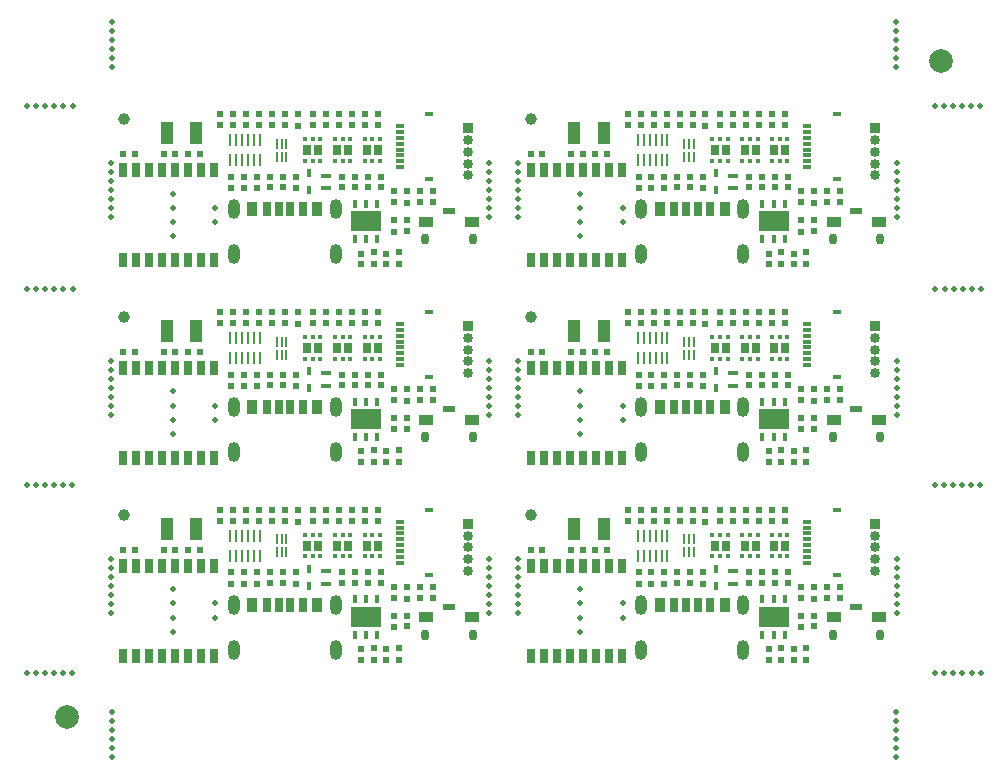
<source format=gbr>
%TF.GenerationSoftware,KiCad,Pcbnew,(5.1.9)-1*%
%TF.CreationDate,2021-11-10T23:35:07-06:00*%
%TF.ProjectId,CC_BT_PANELIZED,43435f42-545f-4504-914e-454c495a4544,000*%
%TF.SameCoordinates,Original*%
%TF.FileFunction,Soldermask,Top*%
%TF.FilePolarity,Negative*%
%FSLAX46Y46*%
G04 Gerber Fmt 4.6, Leading zero omitted, Abs format (unit mm)*
G04 Created by KiCad (PCBNEW (5.1.9)-1) date 2021-11-10 23:35:07*
%MOMM*%
%LPD*%
G01*
G04 APERTURE LIST*
%ADD10R,0.600000X0.490000*%
%ADD11R,0.550000X0.500000*%
%ADD12R,0.500000X0.550000*%
%ADD13R,0.650000X0.900000*%
%ADD14R,0.350000X0.400000*%
%ADD15R,0.250000X1.000000*%
%ADD16R,0.700000X1.150000*%
%ADD17R,0.800000X1.150000*%
%ADD18R,0.900000X1.150000*%
%ADD19O,1.000000X1.700000*%
%ADD20O,0.850000X0.850000*%
%ADD21R,0.850000X0.850000*%
%ADD22R,0.838200X0.406400*%
%ADD23C,0.500000*%
%ADD24R,0.690000X1.190000*%
%ADD25R,1.000000X0.500000*%
%ADD26O,0.700000X0.950000*%
%ADD27R,1.250000X0.950000*%
%ADD28R,2.500000X1.750000*%
%ADD29R,0.400000X0.800000*%
%ADD30R,1.100000X1.900000*%
%ADD31C,1.000000*%
%ADD32R,0.500000X0.500000*%
%ADD33R,0.420000X0.700000*%
%ADD34R,0.800000X0.300000*%
%ADD35R,0.800000X0.400000*%
%ADD36R,0.200000X0.850000*%
%ADD37C,2.000000*%
G04 APERTURE END LIST*
D10*
%TO.C,R9*%
X113490000Y-73057000D03*
X113490000Y-72143000D03*
%TD*%
%TO.C,R9*%
X78990000Y-73057000D03*
X78990000Y-72143000D03*
%TD*%
%TO.C,R9*%
X113490000Y-56307000D03*
X113490000Y-55393000D03*
%TD*%
%TO.C,R9*%
X78990000Y-56307000D03*
X78990000Y-55393000D03*
%TD*%
%TO.C,R9*%
X113490000Y-39557000D03*
X113490000Y-38643000D03*
%TD*%
%TO.C,R5*%
X126440000Y-84857000D03*
X126440000Y-83943000D03*
%TD*%
%TO.C,R5*%
X91940000Y-84857000D03*
X91940000Y-83943000D03*
%TD*%
%TO.C,R5*%
X126440000Y-68107000D03*
X126440000Y-67193000D03*
%TD*%
%TO.C,R5*%
X91940000Y-68107000D03*
X91940000Y-67193000D03*
%TD*%
%TO.C,R5*%
X126440000Y-51357000D03*
X126440000Y-50443000D03*
%TD*%
%TO.C,R11*%
X121330000Y-72143000D03*
X121330000Y-73057000D03*
%TD*%
%TO.C,R11*%
X86830000Y-72143000D03*
X86830000Y-73057000D03*
%TD*%
%TO.C,R11*%
X121330000Y-55393000D03*
X121330000Y-56307000D03*
%TD*%
%TO.C,R11*%
X86830000Y-55393000D03*
X86830000Y-56307000D03*
%TD*%
%TO.C,R11*%
X121330000Y-38643000D03*
X121330000Y-39557000D03*
%TD*%
D11*
%TO.C,C5*%
X113320000Y-78420000D03*
X113320000Y-77440000D03*
%TD*%
%TO.C,C5*%
X78820000Y-78420000D03*
X78820000Y-77440000D03*
%TD*%
%TO.C,C5*%
X113320000Y-61670000D03*
X113320000Y-60690000D03*
%TD*%
%TO.C,C5*%
X78820000Y-61670000D03*
X78820000Y-60690000D03*
%TD*%
%TO.C,C5*%
X113320000Y-44920000D03*
X113320000Y-43940000D03*
%TD*%
%TO.C,C2*%
X118980000Y-72150000D03*
X118980000Y-73130000D03*
%TD*%
%TO.C,C2*%
X84480000Y-72150000D03*
X84480000Y-73130000D03*
%TD*%
%TO.C,C2*%
X118980000Y-55400000D03*
X118980000Y-56380000D03*
%TD*%
%TO.C,C2*%
X84480000Y-55400000D03*
X84480000Y-56380000D03*
%TD*%
%TO.C,C2*%
X118980000Y-38650000D03*
X118980000Y-39630000D03*
%TD*%
D12*
%TO.C,C9*%
X108600000Y-75510000D03*
X107620000Y-75510000D03*
%TD*%
%TO.C,C9*%
X74100000Y-75510000D03*
X73120000Y-75510000D03*
%TD*%
%TO.C,C9*%
X108600000Y-58760000D03*
X107620000Y-58760000D03*
%TD*%
%TO.C,C9*%
X74100000Y-58760000D03*
X73120000Y-58760000D03*
%TD*%
%TO.C,C9*%
X108600000Y-42010000D03*
X107620000Y-42010000D03*
%TD*%
D10*
%TO.C,R2*%
X117680000Y-77433000D03*
X117680000Y-78347000D03*
%TD*%
%TO.C,R2*%
X83180000Y-77433000D03*
X83180000Y-78347000D03*
%TD*%
%TO.C,R2*%
X117680000Y-60683000D03*
X117680000Y-61597000D03*
%TD*%
%TO.C,R2*%
X83180000Y-60683000D03*
X83180000Y-61597000D03*
%TD*%
%TO.C,R2*%
X117680000Y-43933000D03*
X117680000Y-44847000D03*
%TD*%
%TO.C,R17*%
X129300000Y-78663000D03*
X129300000Y-79577000D03*
%TD*%
%TO.C,R17*%
X94800000Y-78663000D03*
X94800000Y-79577000D03*
%TD*%
%TO.C,R17*%
X129300000Y-61913000D03*
X129300000Y-62827000D03*
%TD*%
%TO.C,R17*%
X94800000Y-61913000D03*
X94800000Y-62827000D03*
%TD*%
%TO.C,R17*%
X129300000Y-45163000D03*
X129300000Y-46077000D03*
%TD*%
%TO.C,R10*%
X114590000Y-72143000D03*
X114590000Y-73057000D03*
%TD*%
%TO.C,R10*%
X80090000Y-72143000D03*
X80090000Y-73057000D03*
%TD*%
%TO.C,R10*%
X114590000Y-55393000D03*
X114590000Y-56307000D03*
%TD*%
%TO.C,R10*%
X80090000Y-55393000D03*
X80090000Y-56307000D03*
%TD*%
%TO.C,R10*%
X114590000Y-38643000D03*
X114590000Y-39557000D03*
%TD*%
%TO.C,R18*%
X130400000Y-79577000D03*
X130400000Y-78663000D03*
%TD*%
%TO.C,R18*%
X95900000Y-79577000D03*
X95900000Y-78663000D03*
%TD*%
%TO.C,R18*%
X130400000Y-62827000D03*
X130400000Y-61913000D03*
%TD*%
%TO.C,R18*%
X95900000Y-62827000D03*
X95900000Y-61913000D03*
%TD*%
%TO.C,R18*%
X130400000Y-46077000D03*
X130400000Y-45163000D03*
%TD*%
%TO.C,R23*%
X125730000Y-72143000D03*
X125730000Y-73057000D03*
%TD*%
%TO.C,R23*%
X91230000Y-72143000D03*
X91230000Y-73057000D03*
%TD*%
%TO.C,R23*%
X125730000Y-55393000D03*
X125730000Y-56307000D03*
%TD*%
%TO.C,R23*%
X91230000Y-55393000D03*
X91230000Y-56307000D03*
%TD*%
%TO.C,R23*%
X125730000Y-38643000D03*
X125730000Y-39557000D03*
%TD*%
%TO.C,R21*%
X112390000Y-72143000D03*
X112390000Y-73057000D03*
%TD*%
%TO.C,R21*%
X77890000Y-72143000D03*
X77890000Y-73057000D03*
%TD*%
%TO.C,R21*%
X112390000Y-55393000D03*
X112390000Y-56307000D03*
%TD*%
%TO.C,R21*%
X77890000Y-55393000D03*
X77890000Y-56307000D03*
%TD*%
%TO.C,R21*%
X112390000Y-38643000D03*
X112390000Y-39557000D03*
%TD*%
D12*
%TO.C,C8*%
X109660000Y-75510000D03*
X110640000Y-75510000D03*
%TD*%
%TO.C,C8*%
X75160000Y-75510000D03*
X76140000Y-75510000D03*
%TD*%
%TO.C,C8*%
X109660000Y-58760000D03*
X110640000Y-58760000D03*
%TD*%
%TO.C,C8*%
X75160000Y-58760000D03*
X76140000Y-58760000D03*
%TD*%
%TO.C,C8*%
X109660000Y-42010000D03*
X110640000Y-42010000D03*
%TD*%
D10*
%TO.C,R22*%
X124630000Y-72143000D03*
X124630000Y-73057000D03*
%TD*%
%TO.C,R22*%
X90130000Y-72143000D03*
X90130000Y-73057000D03*
%TD*%
%TO.C,R22*%
X124630000Y-55393000D03*
X124630000Y-56307000D03*
%TD*%
%TO.C,R22*%
X90130000Y-55393000D03*
X90130000Y-56307000D03*
%TD*%
%TO.C,R22*%
X124630000Y-38643000D03*
X124630000Y-39557000D03*
%TD*%
D13*
%TO.C,U5*%
X119745000Y-75170000D03*
X120695000Y-75170000D03*
D14*
X120220000Y-74260000D03*
X120870000Y-74260000D03*
X119570000Y-74260000D03*
X119570000Y-76080000D03*
X120220000Y-76080000D03*
X120870000Y-76080000D03*
%TD*%
D13*
%TO.C,U5*%
X85245000Y-75170000D03*
X86195000Y-75170000D03*
D14*
X85720000Y-74260000D03*
X86370000Y-74260000D03*
X85070000Y-74260000D03*
X85070000Y-76080000D03*
X85720000Y-76080000D03*
X86370000Y-76080000D03*
%TD*%
D13*
%TO.C,U5*%
X119745000Y-58420000D03*
X120695000Y-58420000D03*
D14*
X120220000Y-57510000D03*
X120870000Y-57510000D03*
X119570000Y-57510000D03*
X119570000Y-59330000D03*
X120220000Y-59330000D03*
X120870000Y-59330000D03*
%TD*%
D13*
%TO.C,U5*%
X85245000Y-58420000D03*
X86195000Y-58420000D03*
D14*
X85720000Y-57510000D03*
X86370000Y-57510000D03*
X85070000Y-57510000D03*
X85070000Y-59330000D03*
X85720000Y-59330000D03*
X86370000Y-59330000D03*
%TD*%
D13*
%TO.C,U5*%
X119745000Y-41670000D03*
X120695000Y-41670000D03*
D14*
X120220000Y-40760000D03*
X120870000Y-40760000D03*
X119570000Y-40760000D03*
X119570000Y-42580000D03*
X120220000Y-42580000D03*
X120870000Y-42580000D03*
%TD*%
D10*
%TO.C,R20*%
X115690000Y-73057000D03*
X115690000Y-72143000D03*
%TD*%
%TO.C,R20*%
X81190000Y-73057000D03*
X81190000Y-72143000D03*
%TD*%
%TO.C,R20*%
X115690000Y-56307000D03*
X115690000Y-55393000D03*
%TD*%
%TO.C,R20*%
X81190000Y-56307000D03*
X81190000Y-55393000D03*
%TD*%
%TO.C,R20*%
X115690000Y-39557000D03*
X115690000Y-38643000D03*
%TD*%
D11*
%TO.C,C7*%
X115480000Y-78420000D03*
X115480000Y-77440000D03*
%TD*%
%TO.C,C7*%
X80980000Y-78420000D03*
X80980000Y-77440000D03*
%TD*%
%TO.C,C7*%
X115480000Y-61670000D03*
X115480000Y-60690000D03*
%TD*%
%TO.C,C7*%
X80980000Y-61670000D03*
X80980000Y-60690000D03*
%TD*%
%TO.C,C7*%
X115480000Y-44920000D03*
X115480000Y-43940000D03*
%TD*%
D10*
%TO.C,R7*%
X127100000Y-78663000D03*
X127100000Y-79577000D03*
%TD*%
%TO.C,R7*%
X92600000Y-78663000D03*
X92600000Y-79577000D03*
%TD*%
%TO.C,R7*%
X127100000Y-61913000D03*
X127100000Y-62827000D03*
%TD*%
%TO.C,R7*%
X92600000Y-61913000D03*
X92600000Y-62827000D03*
%TD*%
%TO.C,R7*%
X127100000Y-45163000D03*
X127100000Y-46077000D03*
%TD*%
%TO.C,R4*%
X117890000Y-73057000D03*
X117890000Y-72143000D03*
%TD*%
%TO.C,R4*%
X83390000Y-73057000D03*
X83390000Y-72143000D03*
%TD*%
%TO.C,R4*%
X117890000Y-56307000D03*
X117890000Y-55393000D03*
%TD*%
%TO.C,R4*%
X83390000Y-56307000D03*
X83390000Y-55393000D03*
%TD*%
%TO.C,R4*%
X117890000Y-39557000D03*
X117890000Y-38643000D03*
%TD*%
%TO.C,R8*%
X124330000Y-84857000D03*
X124330000Y-83943000D03*
%TD*%
%TO.C,R8*%
X89830000Y-84857000D03*
X89830000Y-83943000D03*
%TD*%
%TO.C,R8*%
X124330000Y-68107000D03*
X124330000Y-67193000D03*
%TD*%
%TO.C,R8*%
X89830000Y-68107000D03*
X89830000Y-67193000D03*
%TD*%
%TO.C,R8*%
X124330000Y-51357000D03*
X124330000Y-50443000D03*
%TD*%
D11*
%TO.C,C6*%
X114400000Y-78420000D03*
X114400000Y-77440000D03*
%TD*%
%TO.C,C6*%
X79900000Y-78420000D03*
X79900000Y-77440000D03*
%TD*%
%TO.C,C6*%
X114400000Y-61670000D03*
X114400000Y-60690000D03*
%TD*%
%TO.C,C6*%
X79900000Y-61670000D03*
X79900000Y-60690000D03*
%TD*%
%TO.C,C6*%
X114400000Y-44920000D03*
X114400000Y-43940000D03*
%TD*%
D10*
%TO.C,R1*%
X116580000Y-77433000D03*
X116580000Y-78347000D03*
%TD*%
%TO.C,R1*%
X82080000Y-77433000D03*
X82080000Y-78347000D03*
%TD*%
%TO.C,R1*%
X116580000Y-60683000D03*
X116580000Y-61597000D03*
%TD*%
%TO.C,R1*%
X82080000Y-60683000D03*
X82080000Y-61597000D03*
%TD*%
%TO.C,R1*%
X116580000Y-43933000D03*
X116580000Y-44847000D03*
%TD*%
D11*
%TO.C,C1*%
X118770000Y-78420000D03*
X118770000Y-77440000D03*
%TD*%
%TO.C,C1*%
X84270000Y-78420000D03*
X84270000Y-77440000D03*
%TD*%
%TO.C,C1*%
X118770000Y-61670000D03*
X118770000Y-60690000D03*
%TD*%
%TO.C,C1*%
X84270000Y-61670000D03*
X84270000Y-60690000D03*
%TD*%
%TO.C,C1*%
X118770000Y-44920000D03*
X118770000Y-43940000D03*
%TD*%
%TO.C,C3*%
X127100000Y-81100000D03*
X127100000Y-82080000D03*
%TD*%
%TO.C,C3*%
X92600000Y-81100000D03*
X92600000Y-82080000D03*
%TD*%
%TO.C,C3*%
X127100000Y-64350000D03*
X127100000Y-65330000D03*
%TD*%
%TO.C,C3*%
X92600000Y-64350000D03*
X92600000Y-65330000D03*
%TD*%
%TO.C,C3*%
X127100000Y-47600000D03*
X127100000Y-48580000D03*
%TD*%
D10*
%TO.C,R24*%
X120230000Y-72143000D03*
X120230000Y-73057000D03*
%TD*%
%TO.C,R24*%
X85730000Y-72143000D03*
X85730000Y-73057000D03*
%TD*%
%TO.C,R24*%
X120230000Y-55393000D03*
X120230000Y-56307000D03*
%TD*%
%TO.C,R24*%
X85730000Y-55393000D03*
X85730000Y-56307000D03*
%TD*%
%TO.C,R24*%
X120230000Y-38643000D03*
X120230000Y-39557000D03*
%TD*%
D13*
%TO.C,U7*%
X124785000Y-75170000D03*
X125735000Y-75170000D03*
D14*
X125260000Y-74260000D03*
X125910000Y-74260000D03*
X124610000Y-74260000D03*
X124610000Y-76080000D03*
X125260000Y-76080000D03*
X125910000Y-76080000D03*
%TD*%
D13*
%TO.C,U7*%
X90285000Y-75170000D03*
X91235000Y-75170000D03*
D14*
X90760000Y-74260000D03*
X91410000Y-74260000D03*
X90110000Y-74260000D03*
X90110000Y-76080000D03*
X90760000Y-76080000D03*
X91410000Y-76080000D03*
%TD*%
D13*
%TO.C,U7*%
X124785000Y-58420000D03*
X125735000Y-58420000D03*
D14*
X125260000Y-57510000D03*
X125910000Y-57510000D03*
X124610000Y-57510000D03*
X124610000Y-59330000D03*
X125260000Y-59330000D03*
X125910000Y-59330000D03*
%TD*%
D13*
%TO.C,U7*%
X90285000Y-58420000D03*
X91235000Y-58420000D03*
D14*
X90760000Y-57510000D03*
X91410000Y-57510000D03*
X90110000Y-57510000D03*
X90110000Y-59330000D03*
X90760000Y-59330000D03*
X91410000Y-59330000D03*
%TD*%
D13*
%TO.C,U7*%
X124785000Y-41670000D03*
X125735000Y-41670000D03*
D14*
X125260000Y-40760000D03*
X125910000Y-40760000D03*
X124610000Y-40760000D03*
X124610000Y-42580000D03*
X125260000Y-42580000D03*
X125910000Y-42580000D03*
%TD*%
D10*
%TO.C,R16*%
X122430000Y-72143000D03*
X122430000Y-73057000D03*
%TD*%
%TO.C,R16*%
X87930000Y-72143000D03*
X87930000Y-73057000D03*
%TD*%
%TO.C,R16*%
X122430000Y-55393000D03*
X122430000Y-56307000D03*
%TD*%
%TO.C,R16*%
X87930000Y-55393000D03*
X87930000Y-56307000D03*
%TD*%
%TO.C,R16*%
X122430000Y-38643000D03*
X122430000Y-39557000D03*
%TD*%
%TO.C,R12*%
X124880000Y-78347000D03*
X124880000Y-77433000D03*
%TD*%
%TO.C,R12*%
X90380000Y-78347000D03*
X90380000Y-77433000D03*
%TD*%
%TO.C,R12*%
X124880000Y-61597000D03*
X124880000Y-60683000D03*
%TD*%
%TO.C,R12*%
X90380000Y-61597000D03*
X90380000Y-60683000D03*
%TD*%
%TO.C,R12*%
X124880000Y-44847000D03*
X124880000Y-43933000D03*
%TD*%
%TO.C,R19*%
X128203333Y-81093000D03*
X128203333Y-82007000D03*
%TD*%
%TO.C,R19*%
X93703333Y-81093000D03*
X93703333Y-82007000D03*
%TD*%
%TO.C,R19*%
X128203333Y-64343000D03*
X128203333Y-65257000D03*
%TD*%
%TO.C,R19*%
X93703333Y-64343000D03*
X93703333Y-65257000D03*
%TD*%
%TO.C,R19*%
X128203333Y-47593000D03*
X128203333Y-48507000D03*
%TD*%
D12*
%TO.C,C10*%
X104190000Y-75510000D03*
X105170000Y-75510000D03*
%TD*%
%TO.C,C10*%
X69690000Y-75510000D03*
X70670000Y-75510000D03*
%TD*%
%TO.C,C10*%
X104190000Y-58760000D03*
X105170000Y-58760000D03*
%TD*%
%TO.C,C10*%
X69690000Y-58760000D03*
X70670000Y-58760000D03*
%TD*%
%TO.C,C10*%
X104190000Y-42010000D03*
X105170000Y-42010000D03*
%TD*%
D11*
%TO.C,C4*%
X128203333Y-78670000D03*
X128203333Y-79650000D03*
%TD*%
%TO.C,C4*%
X93703333Y-78670000D03*
X93703333Y-79650000D03*
%TD*%
%TO.C,C4*%
X128203333Y-61920000D03*
X128203333Y-62900000D03*
%TD*%
%TO.C,C4*%
X93703333Y-61920000D03*
X93703333Y-62900000D03*
%TD*%
%TO.C,C4*%
X128203333Y-45170000D03*
X128203333Y-46150000D03*
%TD*%
D10*
%TO.C,R6*%
X125980000Y-78347000D03*
X125980000Y-77433000D03*
%TD*%
%TO.C,R6*%
X91480000Y-78347000D03*
X91480000Y-77433000D03*
%TD*%
%TO.C,R6*%
X125980000Y-61597000D03*
X125980000Y-60683000D03*
%TD*%
%TO.C,R6*%
X91480000Y-61597000D03*
X91480000Y-60683000D03*
%TD*%
%TO.C,R6*%
X125980000Y-44847000D03*
X125980000Y-43933000D03*
%TD*%
%TO.C,R3*%
X116790000Y-73057000D03*
X116790000Y-72143000D03*
%TD*%
%TO.C,R3*%
X82290000Y-73057000D03*
X82290000Y-72143000D03*
%TD*%
%TO.C,R3*%
X116790000Y-56307000D03*
X116790000Y-55393000D03*
%TD*%
%TO.C,R3*%
X82290000Y-56307000D03*
X82290000Y-55393000D03*
%TD*%
%TO.C,R3*%
X116790000Y-39557000D03*
X116790000Y-38643000D03*
%TD*%
%TO.C,R15*%
X122680000Y-78347000D03*
X122680000Y-77433000D03*
%TD*%
%TO.C,R15*%
X88180000Y-78347000D03*
X88180000Y-77433000D03*
%TD*%
%TO.C,R15*%
X122680000Y-61597000D03*
X122680000Y-60683000D03*
%TD*%
%TO.C,R15*%
X88180000Y-61597000D03*
X88180000Y-60683000D03*
%TD*%
%TO.C,R15*%
X122680000Y-44847000D03*
X122680000Y-43933000D03*
%TD*%
D15*
%TO.C,U3*%
X113260000Y-76050000D03*
X113760000Y-76050000D03*
X114260000Y-76050000D03*
X114760000Y-76050000D03*
X115260000Y-76050000D03*
X115760000Y-76050000D03*
X115760000Y-74350000D03*
X115260000Y-74350000D03*
X114760000Y-74350000D03*
X114260000Y-74350000D03*
X113760000Y-74350000D03*
X113260000Y-74350000D03*
%TD*%
%TO.C,U3*%
X78760000Y-76050000D03*
X79260000Y-76050000D03*
X79760000Y-76050000D03*
X80260000Y-76050000D03*
X80760000Y-76050000D03*
X81260000Y-76050000D03*
X81260000Y-74350000D03*
X80760000Y-74350000D03*
X80260000Y-74350000D03*
X79760000Y-74350000D03*
X79260000Y-74350000D03*
X78760000Y-74350000D03*
%TD*%
%TO.C,U3*%
X113260000Y-59300000D03*
X113760000Y-59300000D03*
X114260000Y-59300000D03*
X114760000Y-59300000D03*
X115260000Y-59300000D03*
X115760000Y-59300000D03*
X115760000Y-57600000D03*
X115260000Y-57600000D03*
X114760000Y-57600000D03*
X114260000Y-57600000D03*
X113760000Y-57600000D03*
X113260000Y-57600000D03*
%TD*%
%TO.C,U3*%
X78760000Y-59300000D03*
X79260000Y-59300000D03*
X79760000Y-59300000D03*
X80260000Y-59300000D03*
X80760000Y-59300000D03*
X81260000Y-59300000D03*
X81260000Y-57600000D03*
X80760000Y-57600000D03*
X80260000Y-57600000D03*
X79760000Y-57600000D03*
X79260000Y-57600000D03*
X78760000Y-57600000D03*
%TD*%
%TO.C,U3*%
X113260000Y-42550000D03*
X113760000Y-42550000D03*
X114260000Y-42550000D03*
X114760000Y-42550000D03*
X115260000Y-42550000D03*
X115760000Y-42550000D03*
X115760000Y-40850000D03*
X115260000Y-40850000D03*
X114760000Y-40850000D03*
X114260000Y-40850000D03*
X113760000Y-40850000D03*
X113260000Y-40850000D03*
%TD*%
D16*
%TO.C,J1*%
X118340000Y-80190000D03*
X117340000Y-80190000D03*
D17*
X116320000Y-80190000D03*
X119360000Y-80190000D03*
D18*
X115090000Y-80190000D03*
X120590000Y-80190000D03*
D19*
X122160000Y-83990000D03*
X113520000Y-80190000D03*
X122160000Y-80190000D03*
X113520000Y-83990000D03*
%TD*%
D16*
%TO.C,J1*%
X83840000Y-80190000D03*
X82840000Y-80190000D03*
D17*
X81820000Y-80190000D03*
X84860000Y-80190000D03*
D18*
X80590000Y-80190000D03*
X86090000Y-80190000D03*
D19*
X87660000Y-83990000D03*
X79020000Y-80190000D03*
X87660000Y-80190000D03*
X79020000Y-83990000D03*
%TD*%
D16*
%TO.C,J1*%
X118340000Y-63440000D03*
X117340000Y-63440000D03*
D17*
X116320000Y-63440000D03*
X119360000Y-63440000D03*
D18*
X115090000Y-63440000D03*
X120590000Y-63440000D03*
D19*
X122160000Y-67240000D03*
X113520000Y-63440000D03*
X122160000Y-63440000D03*
X113520000Y-67240000D03*
%TD*%
D16*
%TO.C,J1*%
X83840000Y-63440000D03*
X82840000Y-63440000D03*
D17*
X81820000Y-63440000D03*
X84860000Y-63440000D03*
D18*
X80590000Y-63440000D03*
X86090000Y-63440000D03*
D19*
X87660000Y-67240000D03*
X79020000Y-63440000D03*
X87660000Y-63440000D03*
X79020000Y-67240000D03*
%TD*%
D16*
%TO.C,J1*%
X118340000Y-46690000D03*
X117340000Y-46690000D03*
D17*
X116320000Y-46690000D03*
X119360000Y-46690000D03*
D18*
X115090000Y-46690000D03*
X120590000Y-46690000D03*
D19*
X122160000Y-50490000D03*
X113520000Y-46690000D03*
X122160000Y-46690000D03*
X113520000Y-50490000D03*
%TD*%
D20*
%TO.C,J3*%
X133350000Y-77330000D03*
X133350000Y-76330000D03*
X133350000Y-75330000D03*
X133350000Y-74330000D03*
D21*
X133350000Y-73330000D03*
%TD*%
D20*
%TO.C,J3*%
X98850000Y-77330000D03*
X98850000Y-76330000D03*
X98850000Y-75330000D03*
X98850000Y-74330000D03*
D21*
X98850000Y-73330000D03*
%TD*%
D20*
%TO.C,J3*%
X133350000Y-60580000D03*
X133350000Y-59580000D03*
X133350000Y-58580000D03*
X133350000Y-57580000D03*
D21*
X133350000Y-56580000D03*
%TD*%
D20*
%TO.C,J3*%
X98850000Y-60580000D03*
X98850000Y-59580000D03*
X98850000Y-58580000D03*
X98850000Y-57580000D03*
D21*
X98850000Y-56580000D03*
%TD*%
D20*
%TO.C,J3*%
X133350000Y-43830000D03*
X133350000Y-42830000D03*
X133350000Y-41830000D03*
X133350000Y-40830000D03*
D21*
X133350000Y-39830000D03*
%TD*%
D22*
%TO.C,CR1*%
X121320000Y-78380700D03*
X121320000Y-77339300D03*
%TD*%
%TO.C,CR1*%
X86820000Y-78380700D03*
X86820000Y-77339300D03*
%TD*%
%TO.C,CR1*%
X121320000Y-61630700D03*
X121320000Y-60589300D03*
%TD*%
%TO.C,CR1*%
X86820000Y-61630700D03*
X86820000Y-60589300D03*
%TD*%
%TO.C,CR1*%
X121320000Y-44880700D03*
X121320000Y-43839300D03*
%TD*%
D23*
%TO.C,U4*%
X108391000Y-78860000D03*
X108391000Y-80060000D03*
X108391000Y-81260000D03*
X108391000Y-82460000D03*
X111991000Y-80060000D03*
X111991000Y-81260000D03*
D24*
X104192000Y-76890000D03*
X105292000Y-76890000D03*
X106392000Y-76890000D03*
X107492000Y-76890000D03*
X108592000Y-76890000D03*
X109692000Y-76890000D03*
X110792000Y-76890000D03*
X111892000Y-76890000D03*
X111892000Y-84530000D03*
X110792000Y-84530000D03*
X109692000Y-84530000D03*
X108592000Y-84530000D03*
X107492000Y-84530000D03*
X106392000Y-84530000D03*
X105292000Y-84530000D03*
X104192000Y-84530000D03*
%TD*%
D23*
%TO.C,U4*%
X73891000Y-78860000D03*
X73891000Y-80060000D03*
X73891000Y-81260000D03*
X73891000Y-82460000D03*
X77491000Y-80060000D03*
X77491000Y-81260000D03*
D24*
X69692000Y-76890000D03*
X70792000Y-76890000D03*
X71892000Y-76890000D03*
X72992000Y-76890000D03*
X74092000Y-76890000D03*
X75192000Y-76890000D03*
X76292000Y-76890000D03*
X77392000Y-76890000D03*
X77392000Y-84530000D03*
X76292000Y-84530000D03*
X75192000Y-84530000D03*
X74092000Y-84530000D03*
X72992000Y-84530000D03*
X71892000Y-84530000D03*
X70792000Y-84530000D03*
X69692000Y-84530000D03*
%TD*%
D23*
%TO.C,U4*%
X108391000Y-62110000D03*
X108391000Y-63310000D03*
X108391000Y-64510000D03*
X108391000Y-65710000D03*
X111991000Y-63310000D03*
X111991000Y-64510000D03*
D24*
X104192000Y-60140000D03*
X105292000Y-60140000D03*
X106392000Y-60140000D03*
X107492000Y-60140000D03*
X108592000Y-60140000D03*
X109692000Y-60140000D03*
X110792000Y-60140000D03*
X111892000Y-60140000D03*
X111892000Y-67780000D03*
X110792000Y-67780000D03*
X109692000Y-67780000D03*
X108592000Y-67780000D03*
X107492000Y-67780000D03*
X106392000Y-67780000D03*
X105292000Y-67780000D03*
X104192000Y-67780000D03*
%TD*%
D23*
%TO.C,U4*%
X73891000Y-62110000D03*
X73891000Y-63310000D03*
X73891000Y-64510000D03*
X73891000Y-65710000D03*
X77491000Y-63310000D03*
X77491000Y-64510000D03*
D24*
X69692000Y-60140000D03*
X70792000Y-60140000D03*
X71892000Y-60140000D03*
X72992000Y-60140000D03*
X74092000Y-60140000D03*
X75192000Y-60140000D03*
X76292000Y-60140000D03*
X77392000Y-60140000D03*
X77392000Y-67780000D03*
X76292000Y-67780000D03*
X75192000Y-67780000D03*
X74092000Y-67780000D03*
X72992000Y-67780000D03*
X71892000Y-67780000D03*
X70792000Y-67780000D03*
X69692000Y-67780000D03*
%TD*%
D23*
%TO.C,U4*%
X108391000Y-45360000D03*
X108391000Y-46560000D03*
X108391000Y-47760000D03*
X108391000Y-48960000D03*
X111991000Y-46560000D03*
X111991000Y-47760000D03*
D24*
X104192000Y-43390000D03*
X105292000Y-43390000D03*
X106392000Y-43390000D03*
X107492000Y-43390000D03*
X108592000Y-43390000D03*
X109692000Y-43390000D03*
X110792000Y-43390000D03*
X111892000Y-43390000D03*
X111892000Y-51030000D03*
X110792000Y-51030000D03*
X109692000Y-51030000D03*
X108592000Y-51030000D03*
X107492000Y-51030000D03*
X106392000Y-51030000D03*
X105292000Y-51030000D03*
X104192000Y-51030000D03*
%TD*%
D25*
%TO.C,SW1*%
X131760000Y-80330000D03*
D26*
X129735000Y-82730000D03*
X133785000Y-82730000D03*
D27*
X133685000Y-81255000D03*
X129835000Y-81255000D03*
%TD*%
D25*
%TO.C,SW1*%
X97260000Y-80330000D03*
D26*
X95235000Y-82730000D03*
X99285000Y-82730000D03*
D27*
X99185000Y-81255000D03*
X95335000Y-81255000D03*
%TD*%
D25*
%TO.C,SW1*%
X131760000Y-63580000D03*
D26*
X129735000Y-65980000D03*
X133785000Y-65980000D03*
D27*
X133685000Y-64505000D03*
X129835000Y-64505000D03*
%TD*%
D25*
%TO.C,SW1*%
X97260000Y-63580000D03*
D26*
X95235000Y-65980000D03*
X99285000Y-65980000D03*
D27*
X99185000Y-64505000D03*
X95335000Y-64505000D03*
%TD*%
D25*
%TO.C,SW1*%
X131760000Y-46830000D03*
D26*
X129735000Y-49230000D03*
X133785000Y-49230000D03*
D27*
X133685000Y-47755000D03*
X129835000Y-47755000D03*
%TD*%
D28*
%TO.C,U2*%
X124740000Y-81220000D03*
D29*
X125690000Y-82720000D03*
X124740000Y-82720000D03*
X123790000Y-82720000D03*
X123790000Y-79720000D03*
X124740000Y-79720000D03*
X125690000Y-79720000D03*
%TD*%
D28*
%TO.C,U2*%
X90240000Y-81220000D03*
D29*
X91190000Y-82720000D03*
X90240000Y-82720000D03*
X89290000Y-82720000D03*
X89290000Y-79720000D03*
X90240000Y-79720000D03*
X91190000Y-79720000D03*
%TD*%
D28*
%TO.C,U2*%
X124740000Y-64470000D03*
D29*
X125690000Y-65970000D03*
X124740000Y-65970000D03*
X123790000Y-65970000D03*
X123790000Y-62970000D03*
X124740000Y-62970000D03*
X125690000Y-62970000D03*
%TD*%
D28*
%TO.C,U2*%
X90240000Y-64470000D03*
D29*
X91190000Y-65970000D03*
X90240000Y-65970000D03*
X89290000Y-65970000D03*
X89290000Y-62970000D03*
X90240000Y-62970000D03*
X91190000Y-62970000D03*
%TD*%
D28*
%TO.C,U2*%
X124740000Y-47720000D03*
D29*
X125690000Y-49220000D03*
X124740000Y-49220000D03*
X123790000Y-49220000D03*
X123790000Y-46220000D03*
X124740000Y-46220000D03*
X125690000Y-46220000D03*
%TD*%
D30*
%TO.C,Y1*%
X107880000Y-73770000D03*
X110380000Y-73770000D03*
%TD*%
%TO.C,Y1*%
X73380000Y-73770000D03*
X75880000Y-73770000D03*
%TD*%
%TO.C,Y1*%
X107880000Y-57020000D03*
X110380000Y-57020000D03*
%TD*%
%TO.C,Y1*%
X73380000Y-57020000D03*
X75880000Y-57020000D03*
%TD*%
%TO.C,Y1*%
X107880000Y-40270000D03*
X110380000Y-40270000D03*
%TD*%
D31*
%TO.C,REF\u002A\u002A*%
X104220000Y-72550000D03*
%TD*%
%TO.C,REF\u002A\u002A*%
X69720000Y-72550000D03*
%TD*%
%TO.C,REF\u002A\u002A*%
X104220000Y-55800000D03*
%TD*%
%TO.C,REF\u002A\u002A*%
X69720000Y-55800000D03*
%TD*%
%TO.C,REF\u002A\u002A*%
X104220000Y-39050000D03*
%TD*%
D10*
%TO.C,R13*%
X123530000Y-73057000D03*
X123530000Y-72143000D03*
%TD*%
%TO.C,R13*%
X89030000Y-73057000D03*
X89030000Y-72143000D03*
%TD*%
%TO.C,R13*%
X123530000Y-56307000D03*
X123530000Y-55393000D03*
%TD*%
%TO.C,R13*%
X89030000Y-56307000D03*
X89030000Y-55393000D03*
%TD*%
%TO.C,R13*%
X123530000Y-39557000D03*
X123530000Y-38643000D03*
%TD*%
D32*
%TO.C,D3*%
X125380000Y-84850000D03*
X125380000Y-83850000D03*
%TD*%
%TO.C,D3*%
X90880000Y-84850000D03*
X90880000Y-83850000D03*
%TD*%
%TO.C,D3*%
X125380000Y-68100000D03*
X125380000Y-67100000D03*
%TD*%
%TO.C,D3*%
X90880000Y-68100000D03*
X90880000Y-67100000D03*
%TD*%
%TO.C,D3*%
X125380000Y-51350000D03*
X125380000Y-50350000D03*
%TD*%
D33*
%TO.C,D1*%
X119910000Y-77135000D03*
X119910000Y-78585000D03*
%TD*%
%TO.C,D1*%
X85410000Y-77135000D03*
X85410000Y-78585000D03*
%TD*%
%TO.C,D1*%
X119910000Y-60385000D03*
X119910000Y-61835000D03*
%TD*%
%TO.C,D1*%
X85410000Y-60385000D03*
X85410000Y-61835000D03*
%TD*%
%TO.C,D1*%
X119910000Y-43635000D03*
X119910000Y-45085000D03*
%TD*%
D10*
%TO.C,R14*%
X123780000Y-77433000D03*
X123780000Y-78347000D03*
%TD*%
%TO.C,R14*%
X89280000Y-77433000D03*
X89280000Y-78347000D03*
%TD*%
%TO.C,R14*%
X123780000Y-60683000D03*
X123780000Y-61597000D03*
%TD*%
%TO.C,R14*%
X89280000Y-60683000D03*
X89280000Y-61597000D03*
%TD*%
%TO.C,R14*%
X123780000Y-43933000D03*
X123780000Y-44847000D03*
%TD*%
D32*
%TO.C,D2*%
X127500000Y-84850000D03*
X127500000Y-83850000D03*
%TD*%
%TO.C,D2*%
X93000000Y-84850000D03*
X93000000Y-83850000D03*
%TD*%
%TO.C,D2*%
X127500000Y-68100000D03*
X127500000Y-67100000D03*
%TD*%
%TO.C,D2*%
X93000000Y-68100000D03*
X93000000Y-67100000D03*
%TD*%
%TO.C,D2*%
X127500000Y-51350000D03*
X127500000Y-50350000D03*
%TD*%
D34*
%TO.C,J2*%
X127610000Y-73140000D03*
X127610000Y-73640000D03*
X127610000Y-74140000D03*
X127610000Y-74640000D03*
X127610000Y-75140000D03*
X127610000Y-75640000D03*
X127610000Y-76140000D03*
X127610000Y-76640000D03*
D35*
X130110000Y-72140000D03*
X130110000Y-77640000D03*
%TD*%
D34*
%TO.C,J2*%
X93110000Y-73140000D03*
X93110000Y-73640000D03*
X93110000Y-74140000D03*
X93110000Y-74640000D03*
X93110000Y-75140000D03*
X93110000Y-75640000D03*
X93110000Y-76140000D03*
X93110000Y-76640000D03*
D35*
X95610000Y-72140000D03*
X95610000Y-77640000D03*
%TD*%
D34*
%TO.C,J2*%
X127610000Y-56390000D03*
X127610000Y-56890000D03*
X127610000Y-57390000D03*
X127610000Y-57890000D03*
X127610000Y-58390000D03*
X127610000Y-58890000D03*
X127610000Y-59390000D03*
X127610000Y-59890000D03*
D35*
X130110000Y-55390000D03*
X130110000Y-60890000D03*
%TD*%
D34*
%TO.C,J2*%
X93110000Y-56390000D03*
X93110000Y-56890000D03*
X93110000Y-57390000D03*
X93110000Y-57890000D03*
X93110000Y-58390000D03*
X93110000Y-58890000D03*
X93110000Y-59390000D03*
X93110000Y-59890000D03*
D35*
X95610000Y-55390000D03*
X95610000Y-60890000D03*
%TD*%
D34*
%TO.C,J2*%
X127610000Y-39640000D03*
X127610000Y-40140000D03*
X127610000Y-40640000D03*
X127610000Y-41140000D03*
X127610000Y-41640000D03*
X127610000Y-42140000D03*
X127610000Y-42640000D03*
X127610000Y-43140000D03*
D35*
X130110000Y-38640000D03*
X130110000Y-44140000D03*
%TD*%
D36*
%TO.C,U1*%
X117990000Y-74640000D03*
X117590000Y-74640000D03*
X117190000Y-74640000D03*
X117190000Y-75740000D03*
X117590000Y-75740000D03*
X117990000Y-75740000D03*
%TD*%
%TO.C,U1*%
X83490000Y-74640000D03*
X83090000Y-74640000D03*
X82690000Y-74640000D03*
X82690000Y-75740000D03*
X83090000Y-75740000D03*
X83490000Y-75740000D03*
%TD*%
%TO.C,U1*%
X117990000Y-57890000D03*
X117590000Y-57890000D03*
X117190000Y-57890000D03*
X117190000Y-58990000D03*
X117590000Y-58990000D03*
X117990000Y-58990000D03*
%TD*%
%TO.C,U1*%
X83490000Y-57890000D03*
X83090000Y-57890000D03*
X82690000Y-57890000D03*
X82690000Y-58990000D03*
X83090000Y-58990000D03*
X83490000Y-58990000D03*
%TD*%
%TO.C,U1*%
X117990000Y-41140000D03*
X117590000Y-41140000D03*
X117190000Y-41140000D03*
X117190000Y-42240000D03*
X117590000Y-42240000D03*
X117990000Y-42240000D03*
%TD*%
D14*
%TO.C,U6*%
X123410000Y-76080000D03*
X122760000Y-76080000D03*
X122110000Y-76080000D03*
X122110000Y-74260000D03*
X123410000Y-74260000D03*
X122760000Y-74260000D03*
D13*
X123235000Y-75170000D03*
X122285000Y-75170000D03*
%TD*%
D14*
%TO.C,U6*%
X88910000Y-76080000D03*
X88260000Y-76080000D03*
X87610000Y-76080000D03*
X87610000Y-74260000D03*
X88910000Y-74260000D03*
X88260000Y-74260000D03*
D13*
X88735000Y-75170000D03*
X87785000Y-75170000D03*
%TD*%
D14*
%TO.C,U6*%
X123410000Y-59330000D03*
X122760000Y-59330000D03*
X122110000Y-59330000D03*
X122110000Y-57510000D03*
X123410000Y-57510000D03*
X122760000Y-57510000D03*
D13*
X123235000Y-58420000D03*
X122285000Y-58420000D03*
%TD*%
D14*
%TO.C,U6*%
X88910000Y-59330000D03*
X88260000Y-59330000D03*
X87610000Y-59330000D03*
X87610000Y-57510000D03*
X88910000Y-57510000D03*
X88260000Y-57510000D03*
D13*
X88735000Y-58420000D03*
X87785000Y-58420000D03*
%TD*%
D14*
%TO.C,U6*%
X123410000Y-42580000D03*
X122760000Y-42580000D03*
X122110000Y-42580000D03*
X122110000Y-40760000D03*
X123410000Y-40760000D03*
X122760000Y-40760000D03*
D13*
X123235000Y-41670000D03*
X122285000Y-41670000D03*
%TD*%
D23*
%TO.C,REF\u002A\u002A*%
X135175000Y-79340000D03*
%TD*%
%TO.C,REF\u002A\u002A*%
X135175000Y-62590000D03*
%TD*%
%TO.C,REF\u002A\u002A*%
X135175000Y-77810000D03*
%TD*%
%TO.C,REF\u002A\u002A*%
X135175000Y-61060000D03*
%TD*%
%TO.C,REF\u002A\u002A*%
X135175000Y-80870000D03*
%TD*%
%TO.C,REF\u002A\u002A*%
X135175000Y-64120000D03*
%TD*%
%TO.C,REF\u002A\u002A*%
X135175000Y-78575000D03*
%TD*%
%TO.C,REF\u002A\u002A*%
X135175000Y-61825000D03*
%TD*%
%TO.C,REF\u002A\u002A*%
X135175000Y-80105000D03*
%TD*%
%TO.C,REF\u002A\u002A*%
X135175000Y-63355000D03*
%TD*%
%TO.C,REF\u002A\u002A*%
X135175000Y-76280000D03*
%TD*%
%TO.C,REF\u002A\u002A*%
X135175000Y-59530000D03*
%TD*%
%TO.C,REF\u002A\u002A*%
X68625000Y-77045000D03*
%TD*%
%TO.C,REF\u002A\u002A*%
X68625000Y-60295000D03*
%TD*%
%TO.C,REF\u002A\u002A*%
X68625000Y-77810000D03*
%TD*%
%TO.C,REF\u002A\u002A*%
X68625000Y-61060000D03*
%TD*%
%TO.C,REF\u002A\u002A*%
X68625000Y-79340000D03*
%TD*%
%TO.C,REF\u002A\u002A*%
X68625000Y-62590000D03*
%TD*%
%TO.C,REF\u002A\u002A*%
X68625000Y-78575000D03*
%TD*%
%TO.C,REF\u002A\u002A*%
X68625000Y-61825000D03*
%TD*%
%TO.C,REF\u002A\u002A*%
X103125000Y-76280000D03*
%TD*%
%TO.C,REF\u002A\u002A*%
X103125000Y-59530000D03*
%TD*%
%TO.C,REF\u002A\u002A*%
X103125000Y-78575000D03*
%TD*%
%TO.C,REF\u002A\u002A*%
X103125000Y-61825000D03*
%TD*%
%TO.C,REF\u002A\u002A*%
X103125000Y-77045000D03*
%TD*%
%TO.C,REF\u002A\u002A*%
X103125000Y-60295000D03*
%TD*%
%TO.C,REF\u002A\u002A*%
X68625000Y-76280000D03*
%TD*%
%TO.C,REF\u002A\u002A*%
X68625000Y-59530000D03*
%TD*%
%TO.C,REF\u002A\u002A*%
X135175000Y-77045000D03*
%TD*%
%TO.C,REF\u002A\u002A*%
X135175000Y-60295000D03*
%TD*%
%TO.C,REF\u002A\u002A*%
X68625000Y-80105000D03*
%TD*%
%TO.C,REF\u002A\u002A*%
X68625000Y-63355000D03*
%TD*%
%TO.C,REF\u002A\u002A*%
X68625000Y-80870000D03*
%TD*%
%TO.C,REF\u002A\u002A*%
X68625000Y-64120000D03*
%TD*%
%TO.C,REF\u002A\u002A*%
X100675000Y-77045000D03*
%TD*%
%TO.C,REF\u002A\u002A*%
X100675000Y-60295000D03*
%TD*%
%TO.C,REF\u002A\u002A*%
X100675000Y-78575000D03*
%TD*%
%TO.C,REF\u002A\u002A*%
X100675000Y-61825000D03*
%TD*%
%TO.C,REF\u002A\u002A*%
X100675000Y-80105000D03*
%TD*%
%TO.C,REF\u002A\u002A*%
X100675000Y-63355000D03*
%TD*%
%TO.C,REF\u002A\u002A*%
X100675000Y-76280000D03*
%TD*%
%TO.C,REF\u002A\u002A*%
X100675000Y-59530000D03*
%TD*%
%TO.C,REF\u002A\u002A*%
X103125000Y-80870000D03*
%TD*%
%TO.C,REF\u002A\u002A*%
X103125000Y-64120000D03*
%TD*%
%TO.C,REF\u002A\u002A*%
X103125000Y-77810000D03*
%TD*%
%TO.C,REF\u002A\u002A*%
X103125000Y-61060000D03*
%TD*%
%TO.C,REF\u002A\u002A*%
X100675000Y-80870000D03*
%TD*%
%TO.C,REF\u002A\u002A*%
X100675000Y-64120000D03*
%TD*%
%TO.C,REF\u002A\u002A*%
X103125000Y-80105000D03*
%TD*%
%TO.C,REF\u002A\u002A*%
X103125000Y-63355000D03*
%TD*%
%TO.C,REF\u002A\u002A*%
X100675000Y-79340000D03*
%TD*%
%TO.C,REF\u002A\u002A*%
X100675000Y-62590000D03*
%TD*%
%TO.C,REF\u002A\u002A*%
X100675000Y-77810000D03*
%TD*%
%TO.C,REF\u002A\u002A*%
X100675000Y-61060000D03*
%TD*%
%TO.C,REF\u002A\u002A*%
X103125000Y-79340000D03*
%TD*%
%TO.C,REF\u002A\u002A*%
X103125000Y-62590000D03*
%TD*%
%TO.C,REF\u002A\u002A*%
X64614000Y-70060000D03*
%TD*%
%TO.C,REF\u002A\u002A*%
X63848000Y-70060000D03*
%TD*%
%TO.C,REF\u002A\u002A*%
X65380000Y-70060000D03*
%TD*%
%TO.C,REF\u002A\u002A*%
X62316000Y-70060000D03*
%TD*%
%TO.C,REF\u002A\u002A*%
X63082000Y-70060000D03*
%TD*%
%TO.C,REF\u002A\u002A*%
X61550000Y-70060000D03*
%TD*%
%TO.C,REF\u002A\u002A*%
X64624000Y-53420000D03*
%TD*%
%TO.C,REF\u002A\u002A*%
X63858000Y-53420000D03*
%TD*%
%TO.C,REF\u002A\u002A*%
X65390000Y-53420000D03*
%TD*%
%TO.C,REF\u002A\u002A*%
X62326000Y-53420000D03*
%TD*%
%TO.C,REF\u002A\u002A*%
X63092000Y-53420000D03*
%TD*%
%TO.C,REF\u002A\u002A*%
X61560000Y-53420000D03*
%TD*%
%TO.C,REF\u002A\u002A*%
X141484000Y-70060000D03*
%TD*%
%TO.C,REF\u002A\u002A*%
X140718000Y-70060000D03*
%TD*%
%TO.C,REF\u002A\u002A*%
X142250000Y-70060000D03*
%TD*%
%TO.C,REF\u002A\u002A*%
X139186000Y-70060000D03*
%TD*%
%TO.C,REF\u002A\u002A*%
X139952000Y-70060000D03*
%TD*%
%TO.C,REF\u002A\u002A*%
X138420000Y-70060000D03*
%TD*%
%TO.C,REF\u002A\u002A*%
X141514000Y-53420000D03*
%TD*%
%TO.C,REF\u002A\u002A*%
X140748000Y-53420000D03*
%TD*%
%TO.C,REF\u002A\u002A*%
X142280000Y-53420000D03*
%TD*%
%TO.C,REF\u002A\u002A*%
X139216000Y-53420000D03*
%TD*%
%TO.C,REF\u002A\u002A*%
X139982000Y-53420000D03*
%TD*%
%TO.C,REF\u002A\u002A*%
X138450000Y-53420000D03*
%TD*%
%TO.C,REF\u002A\u002A*%
X135175000Y-47370000D03*
%TD*%
%TO.C,REF\u002A\u002A*%
X135175000Y-44310000D03*
%TD*%
%TO.C,REF\u002A\u002A*%
X135175000Y-45840000D03*
%TD*%
%TO.C,REF\u002A\u002A*%
X135175000Y-42780000D03*
%TD*%
%TO.C,REF\u002A\u002A*%
X135175000Y-46605000D03*
%TD*%
%TO.C,REF\u002A\u002A*%
X135175000Y-45075000D03*
%TD*%
%TO.C,REF\u002A\u002A*%
X135175000Y-43545000D03*
%TD*%
%TO.C,REF\u002A\u002A*%
X103125000Y-46605000D03*
%TD*%
%TO.C,REF\u002A\u002A*%
X103125000Y-45075000D03*
%TD*%
%TO.C,REF\u002A\u002A*%
X103125000Y-43545000D03*
%TD*%
%TO.C,REF\u002A\u002A*%
X103125000Y-44310000D03*
%TD*%
%TO.C,REF\u002A\u002A*%
X103125000Y-42780000D03*
%TD*%
%TO.C,REF\u002A\u002A*%
X103125000Y-47370000D03*
%TD*%
%TO.C,REF\u002A\u002A*%
X103125000Y-45840000D03*
%TD*%
%TO.C,REF\u002A\u002A*%
X100675000Y-47370000D03*
%TD*%
%TO.C,REF\u002A\u002A*%
X100675000Y-44310000D03*
%TD*%
%TO.C,REF\u002A\u002A*%
X100675000Y-45840000D03*
%TD*%
%TO.C,REF\u002A\u002A*%
X100675000Y-42780000D03*
%TD*%
%TO.C,REF\u002A\u002A*%
X100675000Y-46605000D03*
%TD*%
%TO.C,REF\u002A\u002A*%
X100675000Y-45075000D03*
%TD*%
%TO.C,REF\u002A\u002A*%
X100675000Y-43545000D03*
%TD*%
%TO.C,REF\u002A\u002A*%
X68625000Y-47370000D03*
%TD*%
%TO.C,REF\u002A\u002A*%
X68625000Y-42780000D03*
%TD*%
%TO.C,REF\u002A\u002A*%
X68625000Y-46605000D03*
%TD*%
%TO.C,REF\u002A\u002A*%
X68625000Y-45075000D03*
%TD*%
%TO.C,REF\u002A\u002A*%
X68625000Y-45840000D03*
%TD*%
%TO.C,REF\u002A\u002A*%
X68625000Y-44310000D03*
%TD*%
%TO.C,REF\u002A\u002A*%
X68625000Y-43545000D03*
%TD*%
D37*
%TO.C,REF\u002A\u002A*%
X138884263Y-34150000D03*
%TD*%
%TO.C,REF\u002A\u002A*%
X64905737Y-89710000D03*
%TD*%
D23*
%TO.C,REF\u002A\u002A*%
X68710000Y-89220000D03*
%TD*%
%TO.C,REF\u002A\u002A*%
X68710000Y-89986000D03*
%TD*%
%TO.C,REF\u002A\u002A*%
X68710000Y-93050000D03*
%TD*%
%TO.C,REF\u002A\u002A*%
X68710000Y-92284000D03*
%TD*%
%TO.C,REF\u002A\u002A*%
X68710000Y-90752000D03*
%TD*%
%TO.C,REF\u002A\u002A*%
X68710000Y-91518000D03*
%TD*%
%TO.C,REF\u002A\u002A*%
X135080000Y-89280000D03*
%TD*%
%TO.C,REF\u002A\u002A*%
X135080000Y-90046000D03*
%TD*%
%TO.C,REF\u002A\u002A*%
X135080000Y-93110000D03*
%TD*%
%TO.C,REF\u002A\u002A*%
X135080000Y-92344000D03*
%TD*%
%TO.C,REF\u002A\u002A*%
X135080000Y-90812000D03*
%TD*%
%TO.C,REF\u002A\u002A*%
X135080000Y-91578000D03*
%TD*%
%TO.C,REF\u002A\u002A*%
X135080000Y-30820000D03*
%TD*%
%TO.C,REF\u002A\u002A*%
X135080000Y-31586000D03*
%TD*%
%TO.C,REF\u002A\u002A*%
X135080000Y-34650000D03*
%TD*%
%TO.C,REF\u002A\u002A*%
X135080000Y-33884000D03*
%TD*%
%TO.C,REF\u002A\u002A*%
X135080000Y-32352000D03*
%TD*%
%TO.C,REF\u002A\u002A*%
X135080000Y-33118000D03*
%TD*%
%TO.C,REF\u002A\u002A*%
X68700000Y-30810000D03*
%TD*%
%TO.C,REF\u002A\u002A*%
X68700000Y-31576000D03*
%TD*%
%TO.C,REF\u002A\u002A*%
X68700000Y-34640000D03*
%TD*%
%TO.C,REF\u002A\u002A*%
X68700000Y-33874000D03*
%TD*%
%TO.C,REF\u002A\u002A*%
X68700000Y-32342000D03*
%TD*%
%TO.C,REF\u002A\u002A*%
X68700000Y-33108000D03*
%TD*%
%TO.C,REF\u002A\u002A*%
X140718000Y-37960000D03*
%TD*%
%TO.C,REF\u002A\u002A*%
X141484000Y-37960000D03*
%TD*%
%TO.C,REF\u002A\u002A*%
X142250000Y-37960000D03*
%TD*%
%TO.C,REF\u002A\u002A*%
X138420000Y-37960000D03*
%TD*%
%TO.C,REF\u002A\u002A*%
X139186000Y-37960000D03*
%TD*%
%TO.C,REF\u002A\u002A*%
X139952000Y-37960000D03*
%TD*%
%TO.C,REF\u002A\u002A*%
X140738000Y-85930000D03*
%TD*%
%TO.C,REF\u002A\u002A*%
X141504000Y-85930000D03*
%TD*%
%TO.C,REF\u002A\u002A*%
X142270000Y-85930000D03*
%TD*%
%TO.C,REF\u002A\u002A*%
X138440000Y-85930000D03*
%TD*%
%TO.C,REF\u002A\u002A*%
X139206000Y-85930000D03*
%TD*%
%TO.C,REF\u002A\u002A*%
X139972000Y-85930000D03*
%TD*%
%TO.C,REF\u002A\u002A*%
X63828000Y-85920000D03*
%TD*%
%TO.C,REF\u002A\u002A*%
X64594000Y-85920000D03*
%TD*%
%TO.C,REF\u002A\u002A*%
X65360000Y-85920000D03*
%TD*%
%TO.C,REF\u002A\u002A*%
X61530000Y-85920000D03*
%TD*%
%TO.C,REF\u002A\u002A*%
X62296000Y-85920000D03*
%TD*%
%TO.C,REF\u002A\u002A*%
X63062000Y-85920000D03*
%TD*%
%TO.C,REF\u002A\u002A*%
X61560000Y-37960000D03*
%TD*%
%TO.C,REF\u002A\u002A*%
X62326000Y-37960000D03*
%TD*%
%TO.C,REF\u002A\u002A*%
X63092000Y-37960000D03*
%TD*%
%TO.C,REF\u002A\u002A*%
X63858000Y-37960000D03*
%TD*%
%TO.C,REF\u002A\u002A*%
X64624000Y-37960000D03*
%TD*%
%TO.C,REF\u002A\u002A*%
X65390000Y-37960000D03*
%TD*%
D27*
%TO.C,SW1*%
X95335000Y-47755000D03*
X99185000Y-47755000D03*
D26*
X99285000Y-49230000D03*
X95235000Y-49230000D03*
D25*
X97260000Y-46830000D03*
%TD*%
D10*
%TO.C,R14*%
X89280000Y-44847000D03*
X89280000Y-43933000D03*
%TD*%
D24*
%TO.C,U4*%
X69692000Y-51030000D03*
X70792000Y-51030000D03*
X71892000Y-51030000D03*
X72992000Y-51030000D03*
X74092000Y-51030000D03*
X75192000Y-51030000D03*
X76292000Y-51030000D03*
X77392000Y-51030000D03*
X77392000Y-43390000D03*
X76292000Y-43390000D03*
X75192000Y-43390000D03*
X74092000Y-43390000D03*
X72992000Y-43390000D03*
X71892000Y-43390000D03*
X70792000Y-43390000D03*
X69692000Y-43390000D03*
D23*
X77491000Y-47760000D03*
X77491000Y-46560000D03*
X73891000Y-48960000D03*
X73891000Y-47760000D03*
X73891000Y-46560000D03*
X73891000Y-45360000D03*
%TD*%
D32*
%TO.C,D2*%
X93000000Y-50350000D03*
X93000000Y-51350000D03*
%TD*%
%TO.C,D3*%
X90880000Y-50350000D03*
X90880000Y-51350000D03*
%TD*%
D15*
%TO.C,U3*%
X78760000Y-40850000D03*
X79260000Y-40850000D03*
X79760000Y-40850000D03*
X80260000Y-40850000D03*
X80760000Y-40850000D03*
X81260000Y-40850000D03*
X81260000Y-42550000D03*
X80760000Y-42550000D03*
X80260000Y-42550000D03*
X79760000Y-42550000D03*
X79260000Y-42550000D03*
X78760000Y-42550000D03*
%TD*%
D22*
%TO.C,CR1*%
X86820000Y-43839300D03*
X86820000Y-44880700D03*
%TD*%
D19*
%TO.C,J1*%
X79020000Y-50490000D03*
X87660000Y-46690000D03*
X79020000Y-46690000D03*
X87660000Y-50490000D03*
D18*
X86090000Y-46690000D03*
X80590000Y-46690000D03*
D17*
X84860000Y-46690000D03*
X81820000Y-46690000D03*
D16*
X82840000Y-46690000D03*
X83840000Y-46690000D03*
%TD*%
D21*
%TO.C,J3*%
X98850000Y-39830000D03*
D20*
X98850000Y-40830000D03*
X98850000Y-41830000D03*
X98850000Y-42830000D03*
X98850000Y-43830000D03*
%TD*%
D13*
%TO.C,U6*%
X87785000Y-41670000D03*
X88735000Y-41670000D03*
D14*
X88260000Y-40760000D03*
X88910000Y-40760000D03*
X87610000Y-40760000D03*
X87610000Y-42580000D03*
X88260000Y-42580000D03*
X88910000Y-42580000D03*
%TD*%
D36*
%TO.C,U1*%
X83490000Y-42240000D03*
X83090000Y-42240000D03*
X82690000Y-42240000D03*
X82690000Y-41140000D03*
X83090000Y-41140000D03*
X83490000Y-41140000D03*
%TD*%
D35*
%TO.C,J2*%
X95610000Y-44140000D03*
X95610000Y-38640000D03*
D34*
X93110000Y-43140000D03*
X93110000Y-42640000D03*
X93110000Y-42140000D03*
X93110000Y-41640000D03*
X93110000Y-41140000D03*
X93110000Y-40640000D03*
X93110000Y-40140000D03*
X93110000Y-39640000D03*
%TD*%
D33*
%TO.C,D1*%
X85410000Y-45085000D03*
X85410000Y-43635000D03*
%TD*%
D10*
%TO.C,R13*%
X89030000Y-38643000D03*
X89030000Y-39557000D03*
%TD*%
D31*
%TO.C,REF\u002A\u002A*%
X69720000Y-39050000D03*
%TD*%
D30*
%TO.C,Y1*%
X75880000Y-40270000D03*
X73380000Y-40270000D03*
%TD*%
D29*
%TO.C,U2*%
X91190000Y-46220000D03*
X90240000Y-46220000D03*
X89290000Y-46220000D03*
X89290000Y-49220000D03*
X90240000Y-49220000D03*
X91190000Y-49220000D03*
D28*
X90240000Y-47720000D03*
%TD*%
D10*
%TO.C,R3*%
X82290000Y-38643000D03*
X82290000Y-39557000D03*
%TD*%
%TO.C,R10*%
X80090000Y-39557000D03*
X80090000Y-38643000D03*
%TD*%
D11*
%TO.C,C1*%
X84270000Y-43940000D03*
X84270000Y-44920000D03*
%TD*%
%TO.C,C3*%
X92600000Y-48580000D03*
X92600000Y-47600000D03*
%TD*%
D10*
%TO.C,R11*%
X86830000Y-39557000D03*
X86830000Y-38643000D03*
%TD*%
%TO.C,R18*%
X95900000Y-45163000D03*
X95900000Y-46077000D03*
%TD*%
%TO.C,R17*%
X94800000Y-46077000D03*
X94800000Y-45163000D03*
%TD*%
%TO.C,R9*%
X78990000Y-38643000D03*
X78990000Y-39557000D03*
%TD*%
%TO.C,R5*%
X91940000Y-50443000D03*
X91940000Y-51357000D03*
%TD*%
%TO.C,R2*%
X83180000Y-44847000D03*
X83180000Y-43933000D03*
%TD*%
%TO.C,R1*%
X82080000Y-44847000D03*
X82080000Y-43933000D03*
%TD*%
D12*
%TO.C,C10*%
X70670000Y-42010000D03*
X69690000Y-42010000D03*
%TD*%
%TO.C,C9*%
X73120000Y-42010000D03*
X74100000Y-42010000D03*
%TD*%
%TO.C,C8*%
X76140000Y-42010000D03*
X75160000Y-42010000D03*
%TD*%
D11*
%TO.C,C7*%
X80980000Y-43940000D03*
X80980000Y-44920000D03*
%TD*%
%TO.C,C6*%
X79900000Y-43940000D03*
X79900000Y-44920000D03*
%TD*%
%TO.C,C5*%
X78820000Y-43940000D03*
X78820000Y-44920000D03*
%TD*%
%TO.C,C2*%
X84480000Y-39630000D03*
X84480000Y-38650000D03*
%TD*%
D10*
%TO.C,R8*%
X89830000Y-50443000D03*
X89830000Y-51357000D03*
%TD*%
%TO.C,R4*%
X83390000Y-38643000D03*
X83390000Y-39557000D03*
%TD*%
%TO.C,R15*%
X88180000Y-43933000D03*
X88180000Y-44847000D03*
%TD*%
%TO.C,R21*%
X77890000Y-39557000D03*
X77890000Y-38643000D03*
%TD*%
%TO.C,R6*%
X91480000Y-43933000D03*
X91480000Y-44847000D03*
%TD*%
D11*
%TO.C,C4*%
X93703333Y-46150000D03*
X93703333Y-45170000D03*
%TD*%
D10*
%TO.C,R19*%
X93703333Y-48507000D03*
X93703333Y-47593000D03*
%TD*%
%TO.C,R12*%
X90380000Y-43933000D03*
X90380000Y-44847000D03*
%TD*%
%TO.C,R16*%
X87930000Y-39557000D03*
X87930000Y-38643000D03*
%TD*%
%TO.C,R7*%
X92600000Y-46077000D03*
X92600000Y-45163000D03*
%TD*%
%TO.C,R20*%
X81190000Y-38643000D03*
X81190000Y-39557000D03*
%TD*%
%TO.C,R22*%
X90130000Y-39557000D03*
X90130000Y-38643000D03*
%TD*%
D14*
%TO.C,U5*%
X86370000Y-42580000D03*
X85720000Y-42580000D03*
X85070000Y-42580000D03*
X85070000Y-40760000D03*
X86370000Y-40760000D03*
X85720000Y-40760000D03*
D13*
X86195000Y-41670000D03*
X85245000Y-41670000D03*
%TD*%
D10*
%TO.C,R23*%
X91230000Y-39557000D03*
X91230000Y-38643000D03*
%TD*%
D14*
%TO.C,U7*%
X91410000Y-42580000D03*
X90760000Y-42580000D03*
X90110000Y-42580000D03*
X90110000Y-40760000D03*
X91410000Y-40760000D03*
X90760000Y-40760000D03*
D13*
X91235000Y-41670000D03*
X90285000Y-41670000D03*
%TD*%
D10*
%TO.C,R24*%
X85730000Y-39557000D03*
X85730000Y-38643000D03*
%TD*%
M02*

</source>
